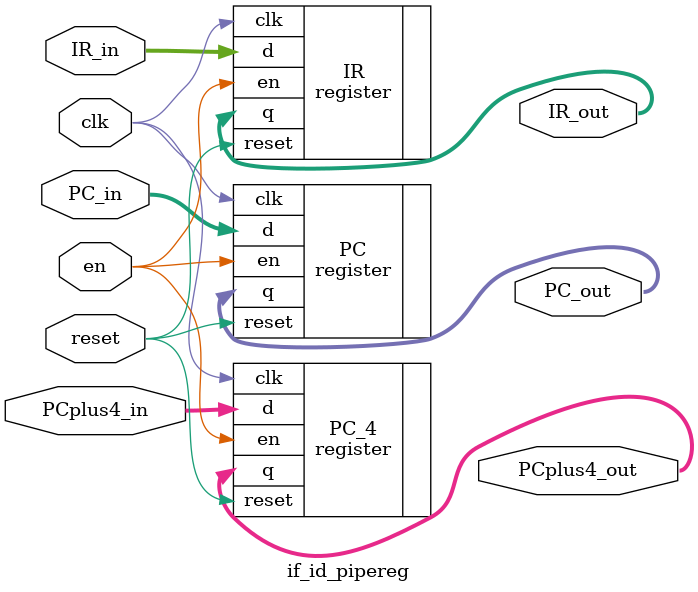
<source format=v>

module if_id_pipereg
#
(
  parameter N=32, /* most registers sizes */
  parameter M=5
) /* regfile address */
(
  input clk,
  input reset,
  input en,
  input [N-1:0] IR_in,
  input [N-1:0] PCplus4_in,
  input [N-1:0] PC_in,
  output [N-1:0] IR_out,

  output [N-1:0] PC_out,
  output [N-1:0] PCplus4_out
);

register IR
(
  .clk(clk), .reset(reset), .en(en),
  .d(IR_in),
  .q(IR_out)
);

register PC_4
(
  .clk(clk), .reset(reset), .en(en),
  .d(PCplus4_in),
  .q(PCplus4_out)
);

register PC
(
  .clk(clk), .reset(reset), .en(en),
  .d(PC_in),
  .q(PC_out)
);

endmodule

</source>
